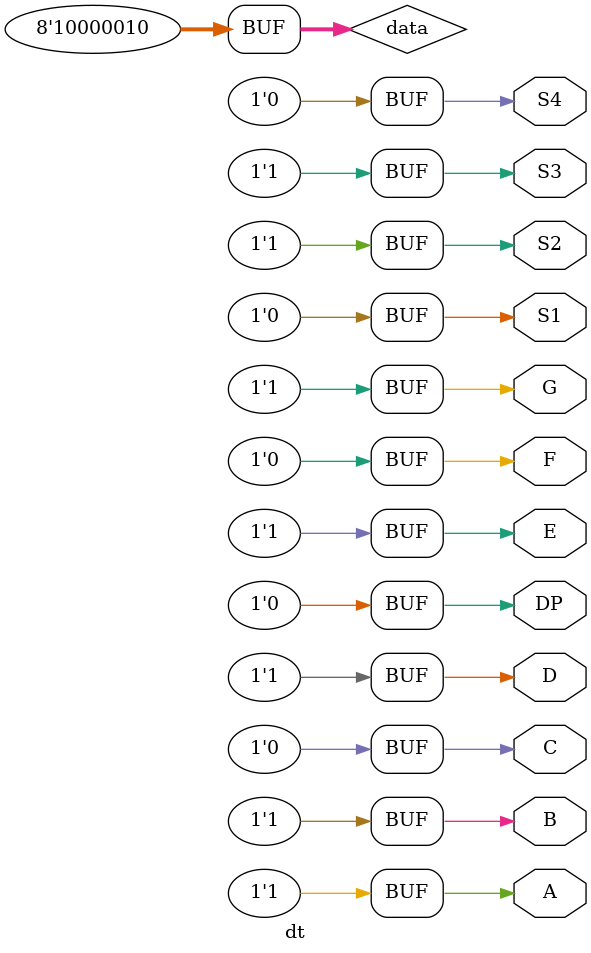
<source format=v>
module dt(
    // input wire [7:0]data,  // en: 1, select:2, dp: 1, data: 4
    output wire A, B, C, D, E, F, G, DP,
    output wire S1, S2, S3, S4
);

wire [7:0]data;
assign data = 8'b1000_0010;

parameter _SELECT_1 = 4'b1110;
parameter _SELECT_2 = 4'b1101;
parameter _SELECT_3 = 4'b1011;
parameter _SELECT_4 = 4'b0111;

parameter SELECTOR = {_SELECT_4, _SELECT_3, _SELECT_2, _SELECT_1};


//                      ABCD_EFGP
parameter _SHOW_0 = 8'B1111_1110;
parameter _SHOW_1 = 8'B0110_0000;
parameter _SHOW_2 = 8'B1101_1010;
parameter _SHOW_3 = 8'B1111_0010;
parameter _SHOW_4 = 8'B0110_0110;
parameter _SHOW_5 = 8'B1111_1110;
parameter _SHOW_6 = 8'B1111_1110;
parameter _SHOW_7 = 8'B1111_1110;
parameter _SHOW_8 = 8'B1111_1110;
parameter _SHOW_9 = 8'B1111_1110;
parameter _SHOW_A = 8'B1111_1110;
parameter _SHOW_B = 8'B1111_1110;
parameter _SHOW_C = 8'B1111_1110;
parameter _SHOW_D = 8'B1111_1110;
parameter _SHOW_E = 8'B1111_1110;
parameter _SHOW_F = 8'B1111_1110;

parameter SHOW = {_SHOW_F, _SHOW_E, _SHOW_D, _SHOW_C, _SHOW_B, _SHOW_A, _SHOW_9, _SHOW_8, _SHOW_7, _SHOW_6, _SHOW_5, _SHOW_4, _SHOW_3, _SHOW_2, _SHOW_1, _SHOW_0};


// always @(data) begin
//     if (data[7]) begin
//         {S4, S3, S2, S1} = SELECTOR >> (data[6:5] << 2);
//         {A, B, C, D, E, F, G, DP} = {SHOW >> (data[3:0] << 3) >> 1, data[4]};
//     end
// end

assign {S4, S3, S2, S1} = 4'b0110;
assign {A, B, C, D, E, F, G, DP} = _SHOW_2;
endmodule
</source>
